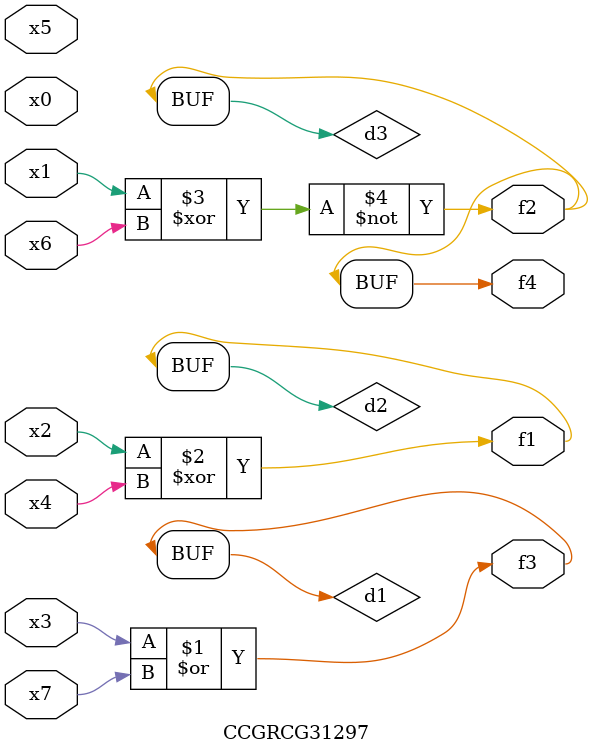
<source format=v>
module CCGRCG31297(
	input x0, x1, x2, x3, x4, x5, x6, x7,
	output f1, f2, f3, f4
);

	wire d1, d2, d3;

	or (d1, x3, x7);
	xor (d2, x2, x4);
	xnor (d3, x1, x6);
	assign f1 = d2;
	assign f2 = d3;
	assign f3 = d1;
	assign f4 = d3;
endmodule

</source>
